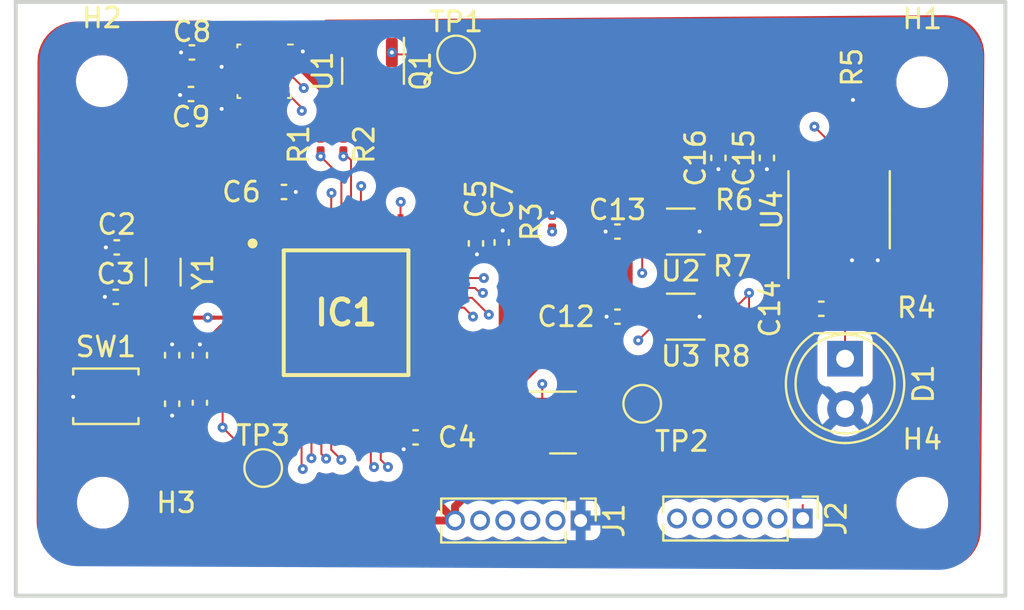
<source format=kicad_pcb>
(kicad_pcb (version 20221018) (generator pcbnew)
  (layers (0 "F.Cu" signal) (1 "In1.Cu" signal) (2 "In2.Cu" signal) (31 "B.Cu" signal) (34 "B.Paste" user) (35 "F.Paste" user) (36 "B.SilkS" user "B.Silkscreen") (37 "F.SilkS" user "F.Silkscreen") (38 "B.Mask" user) (39 "F.Mask" user) (44 "Edge.Cuts" user))
  (net 0 "")
  (net 1 "GND")
  (net 2 "Net-(IC1-PC14-OSC32_IN)")
  (net 3 "Net-(IC1-PC15-OSC32_OUT)")
  (net 4 "VDD")
  (net 5 "Net-(Q1-S)")
  (net 6 "/Photo_Ampli/PWR_LINE")
  (net 7 "Net-(D1-K)")
  (net 8 "Net-(U4B-+)")
  (net 9 "/NRST")
  (net 14 "/V_Photo")
  (net 18 "/SPI_MCU_CS")
  (net 19 "/SPI.SCK")
  (net 20 "/SPI.MISO")
  (net 21 "/SPI.MOSI")
  (net 25 "/UART.TX")
  (net 26 "/UART.RX")
  (net 33 "/EN_Photo")
  (net 34 "/SW0_Photo")
  (net 35 "/SW1_Photo")
  (net 36 "/DBG.SWDIO")
  (net 37 "/DBG.SWCLK")
  (net 41 "/BME_PWR")
  (net 42 "/I2C.SCL")
  (net 43 "/I2C.SDA")
  (net 44 "/BOOT0")
  (net 47 "Net-(U4B--)")
  (net 48 "Net-(R6-Pad2)")
  (net 49 "Net-(R6-Pad1)")
  (net 50 "Net-(R7-Pad1)")
  (net 51 "Net-(R8-Pad1)")
  (footprint "Resistor_SMD:R_0201_0603Metric_Pad0.64x0.40mm_HandSolder" (layer "F.Cu") (at 126.25 66.6)
    (fp_text reference "R8" (at -0.1 1.3) (layer "F.SilkS"))
    (fp_text value "5k")
    (pad "1" smd roundrect (at -0.4075 0) (size 0.635 0.4) (layers "F.Cu" "F.Mask") (net 51 "Net-(R8-Pad1)"))
    (pad "2" smd roundrect (at 0.4075 0) (size 0.635 0.4) (layers "F.Cu" "F.Mask") (net 14 "/V_Photo"))
  )
  (footprint "Resistor_SMD:R_0201_0603Metric_Pad0.64x0.40mm_HandSolder" (layer "F.Cu") (at 126.25 62.25)
    (fp_text reference "R7" (at -0.05 1.1) (layer "F.SilkS"))
    (fp_text value "10k")
    (pad "1" smd roundrect (at -0.4075 0) (size 0.635 0.4) (layers "F.Cu" "F.Mask") (net 50 "Net-(R7-Pad1)"))
    (pad "2" smd roundrect (at 0.4075 0) (size 0.635 0.4) (layers "F.Cu" "F.Mask") (net 49 "Net-(R6-Pad1)"))
  )
  (footprint "TestPoint:TestPoint_Pad_D1.5mm" (layer "F.Cu") (at 102.5 73.55)
    (fp_text reference "TP3" (at 0 -1.648) (layer "F.SilkS"))
    (fp_text value "TestPoint")
    (pad "1" smd circle (at 0 0) (size 1.5 1.5) (layers "F.Cu" "F.Mask") (net 14 "/V_Photo"))
  )
  (footprint "Capacitor_SMD:C_0402_1005Metric_Pad0.74x0.62mm_HandSolder" (layer "F.Cu") (at 97.9 67.85 90)
    (fp_text reference "C11" hide)
    (fp_text value "1u" hide)
    (pad "1" smd roundrect (at -0.5675 0 90) (size 0.735 0.62) (layers "F.Cu" "F.Paste" "F.Mask") (net 4 "VDD"))
    (pad "2" smd roundrect (at 0.5675 0 90) (size 0.735 0.62) (layers "F.Cu" "F.Paste" "F.Mask") (net 1 "GND"))
  )
  (footprint "Package_LGA:Bosch_LGA-8_2.5x2.5mm_P0.65mm_ClockwisePinNumbering" (layer "F.Cu") (at 102.55 53.5 -90)
    (fp_text reference "U1" (at 0 -2.95 90) (layer "F.SilkS"))
    (fp_text value "BME280")
    (pad "1" smd rect (at -0.975 -1.025) (size 0.5 0.35) (layers "F.Cu" "F.Paste" "F.Mask") (net 1 "GND"))
    (pad "2" smd rect (at -0.325 -1.025) (size 0.5 0.35) (layers "F.Cu" "F.Paste" "F.Mask") (net 4 "VDD"))
    (pad "3" smd rect (at 0.325 -1.025) (size 0.5 0.35) (layers "F.Cu" "F.Paste" "F.Mask") (net 43 "/I2C.SDA"))
    (pad "4" smd rect (at 0.975 -1.025) (size 0.5 0.35) (layers "F.Cu" "F.Paste" "F.Mask") (net 42 "/I2C.SCL"))
    (pad "5" smd rect (at 0.975 1.025) (size 0.5 0.35) (layers "F.Cu" "F.Paste" "F.Mask") (net 1 "GND"))
    (pad "6" smd rect (at 0.325 1.025) (size 0.5 0.35) (layers "F.Cu" "F.Paste" "F.Mask") (net 5 "Net-(Q1-S)"))
    (pad "7" smd rect (at -0.325 1.025) (size 0.5 0.35) (layers "F.Cu" "F.Paste" "F.Mask") (net 1 "GND"))
    (pad "8" smd rect (at -0.975 1.025) (size 0.5 0.35) (layers "F.Cu" "F.Paste" "F.Mask") (net 5 "Net-(Q1-S)"))
  )
  (footprint "Package_TO_SOT_SMD:SOT-363_SC-70-6" (layer "F.Cu") (at 123.6 61.6 180)
    (fp_text reference "U2" (at 0 -2) (layer "F.SilkS"))
    (fp_text value "TS5A3159ADCKR")
    (pad "1" smd rect (at -0.95 -0.65 180) (size 0.65 0.4) (layers "F.Cu" "F.Paste" "F.Mask") (net 50 "Net-(R7-Pad1)"))
    (pad "2" smd rect (at -0.95 0 180) (size 0.65 0.4) (layers "F.Cu" "F.Paste" "F.Mask") (net 1 "GND"))
    (pad "3" smd rect (at -0.95 0.65 180) (size 0.65 0.4) (layers "F.Cu" "F.Paste" "F.Mask") (net 48 "Net-(R6-Pad2)"))
    (pad "4" smd rect (at 0.95 0.65 180) (size 0.65 0.4) (layers "F.Cu" "F.Paste" "F.Mask") (net 47 "Net-(U4B--)"))
    (pad "5" smd rect (at 0.95 0 180) (size 0.65 0.4) (layers "F.Cu" "F.Paste" "F.Mask") (net 6 "/Photo_Ampli/PWR_LINE"))
    (pad "6" smd rect (at 0.95 -0.65 180) (size 0.65 0.4) (layers "F.Cu" "F.Paste" "F.Mask") (net 35 "/SW1_Photo"))
  )
  (footprint "MountingHole:MountingHole_2.1mm" (layer "F.Cu") (at 135.8 54.05)
    (fp_text reference "H1" (at 0 -3.2) (layer "F.SilkS"))
    (fp_text value "MountingHole")
    (pad "" np_thru_hole circle (at 0 0) (size 2.1 2.1) (drill 2.1) (layers "*.Cu" "*.Mask"))
  )
  (footprint "Capacitor_SMD:C_0402_1005Metric_Pad0.74x0.62mm_HandSolder" (layer "F.Cu") (at 120.4 65.9 180)
    (fp_text reference "C12" (at 2.6 0) (layer "F.SilkS"))
    (fp_text value "0.1u")
    (pad "1" smd roundrect (at -0.5675 0 180) (size 0.735 0.62) (layers "F.Cu" "F.Paste" "F.Mask") (net 6 "/Photo_Ampli/PWR_LINE"))
    (pad "2" smd roundrect (at 0.5675 0 180) (size 0.735 0.62) (layers "F.Cu" "F.Paste" "F.Mask") (net 1 "GND"))
  )
  (footprint "Capacitor_SMD:C_0402_1005Metric_Pad0.74x0.62mm_HandSolder" (layer "F.Cu") (at 99.3 67.85 90)
    (fp_text reference "C10" hide)
    (fp_text value "100n" hide)
    (pad "1" smd roundrect (at -0.5675 0 90) (size 0.735 0.62) (layers "F.Cu" "F.Paste" "F.Mask") (net 4 "VDD"))
    (pad "2" smd roundrect (at 0.5675 0 90) (size 0.735 0.62) (layers "F.Cu" "F.Paste" "F.Mask") (net 1 "GND"))
  )
  (footprint "Resistor_SMD:R_0201_0603Metric_Pad0.64x0.40mm_HandSolder" (layer "F.Cu") (at 126.25 60.95 180)
    (fp_text reference "R6" (at -0.05 0.95) (layer "F.SilkS"))
    (fp_text value "1k")
    (pad "1" smd roundrect (at -0.4075 0 180) (size 0.635 0.4) (layers "F.Cu" "F.Mask") (net 49 "Net-(R6-Pad1)"))
    (pad "2" smd roundrect (at 0.4075 0 180) (size 0.635 0.4) (layers "F.Cu" "F.Mask") (net 48 "Net-(R6-Pad2)"))
  )
  (footprint "Resistor_SMD:R_0201_0603Metric_Pad0.64x0.40mm_HandSolder" (layer "F.Cu") (at 106.55 57.2 -90)
    (fp_text reference "R2" (at 0 -1.05 90) (layer "F.SilkS"))
    (fp_text value "4.7k")
    (pad "1" smd roundrect (at -0.4075 0 270) (size 0.635 0.4) (layers "F.Cu" "F.Mask") (net 4 "VDD"))
    (pad "2" smd roundrect (at 0.4075 0 270) (size 0.635 0.4) (layers "F.Cu" "F.Mask") (net 42 "/I2C.SCL"))
  )
  (footprint "MountingHole:MountingHole_2.1mm" (layer "F.Cu") (at 94.4 75.3)
    (fp_text reference "H3" (at 3.7 0) (layer "F.SilkS"))
    (fp_text value "MountingHole")
    (pad "" np_thru_hole circle (at 0 0) (size 2.1 2.1) (drill 2.1) (layers "*.Cu" "*.Mask"))
  )
  (footprint "Button_Switch_SMD:SW_SPST_B3U-1000P" (layer "F.Cu") (at 94.55 69.9225)
    (fp_text reference "SW1" (at 0 -2.5) (layer "F.SilkS"))
    (fp_text value "SW_RST")
    (pad "1" smd rect (at -1.7 0) (size 0.9 1.7) (layers "F.Cu" "F.Paste" "F.Mask") (net 1 "GND"))
    (pad "2" smd rect (at 1.7 0) (size 0.9 1.7) (layers "F.Cu" "F.Paste" "F.Mask") (net 9 "/NRST"))
  )
  (footprint "Capacitor_SMD:C_0402_1005Metric_Pad0.74x0.62mm_HandSolder" (layer "F.Cu") (at 95.05 64.9)
    (fp_text reference "C3" (at 0 -1.16) (layer "F.SilkS"))
    (fp_text value "7p")
    (pad "1" smd roundrect (at -0.5675 0) (size 0.735 0.62) (layers "F.Cu" "F.Paste" "F.Mask") (net 1 "GND"))
    (pad "2" smd roundrect (at 0.5675 0) (size 0.735 0.62) (layers "F.Cu" "F.Paste" "F.Mask") (net 3 "Net-(IC1-PC15-OSC32_OUT)"))
  )
  (footprint "Connector_PinHeader_1.27mm:PinHeader_1x06_P1.27mm_Vertical" (layer "F.Cu") (at 129.76 76.1 -90)
    (fp_text reference "J2" (at 0 -1.695 90) (layer "F.SilkS"))
    (fp_text value "Conn_DBG")
    (pad "1" thru_hole rect (at 0 0 270) (size 1 1) (drill 0.65) (layers "*.Cu" "*.Mask") (net 44 "/BOOT0"))
    (pad "2" thru_hole oval (at 0 1.27 270) (size 1 1) (drill 0.65) (layers "*.Cu" "*.Mask") (net 37 "/DBG.SWCLK"))
    (pad "3" thru_hole oval (at 0 2.54 270) (size 1 1) (drill 0.65) (layers "*.Cu" "*.Mask") (net 36 "/DBG.SWDIO"))
    (pad "4" thru_hole oval (at 0 3.81 270) (size 1 1) (drill 0.65) (layers "*.Cu" "*.Mask") (net 9 "/NRST"))
    (pad "5" thru_hole oval (at 0 5.08 270) (size 1 1) (drill 0.65) (layers "*.Cu" "*.Mask") (net 26 "/UART.RX"))
    (pad "6" thru_hole oval (at 0 6.35 270) (size 1 1) (drill 0.65) (layers "*.Cu" "*.Mask") (net 25 "/UART.TX"))
  )
  (footprint "Package_TO_SOT_SMD:SOT-23" (layer "F.Cu") (at 108.05 53.4875 -90)
    (fp_text reference "Q1" (at 0 -2.4 90) (layer "F.SilkS"))
    (fp_text value "BSN20")
    (pad "1" smd roundrect (at -0.9375 -0.95 270) (size 1.475 0.6) (layers "F.Cu" "F.Paste" "F.Mask") (net 41 "/BME_PWR"))
    (pad "2" smd roundrect (at -0.9375 0.95 270) (size 1.475 0.6) (layers "F.Cu" "F.Paste" "F.Mask") (net 5 "Net-(Q1-S)"))
    (pad "3" smd roundrect (at 0.9375 0 270) (size 1.475 0.6) (layers "F.Cu" "F.Paste" "F.Mask") (net 4 "VDD"))
  )
  (footprint "Crystal:Crystal_SMD_3215-2Pin_3.2x1.5mm" (layer "F.Cu") (at 97.45 63.65 -90)
    (fp_text reference "Y1" (at 0 -2 90) (layer "F.SilkS"))
    (fp_text value "32.768k")
    (pad "1" smd rect (at 1.25 0 270) (size 1 1.8) (layers "F.Cu" "F.Paste" "F.Mask") (net 3 "Net-(IC1-PC15-OSC32_OUT)"))
    (pad "2" smd rect (at -1.25 0 270) (size 1 1.8) (layers "F.Cu" "F.Paste" "F.Mask") (net 2 "Net-(IC1-PC14-OSC32_IN)"))
  )
  (footprint "Capacitor_SMD:C_0402_1005Metric_Pad0.74x0.62mm_HandSolder" (layer "F.Cu") (at 113.25 62.2 -90)
    (fp_text reference "C5" (at -2.25 0 90) (layer "F.SilkS"))
    (fp_text value "100n")
    (pad "1" smd roundrect (at -0.5675 0 270) (size 0.735 0.62) (layers "F.Cu" "F.Paste" "F.Mask") (net 4 "VDD"))
    (pad "2" smd roundrect (at 0.5675 0 270) (size 0.735 0.62) (layers "F.Cu" "F.Paste" "F.Mask") (net 1 "GND"))
  )
  (footprint "Capacitor_SMD:C_0402_1005Metric_Pad0.74x0.62mm_HandSolder" (layer "F.Cu") (at 125.5 57.88 90)
    (fp_text reference "C16" (at 0 -1.16 90) (layer "F.SilkS"))
    (fp_text value "1u")
    (pad "1" smd roundrect (at -0.5675 0 90) (size 0.735 0.62) (layers "F.Cu" "F.Paste" "F.Mask") (net 1 "GND"))
    (pad "2" smd roundrect (at 0.5675 0 90) (size 0.735 0.62) (layers "F.Cu" "F.Paste" "F.Mask") (net 6 "/Photo_Ampli/PWR_LINE"))
  )
  (footprint "Connector_PinHeader_1.27mm:PinHeader_1x06_P1.27mm_Vertical" (layer "F.Cu") (at 118.54 76.2 -90)
    (fp_text reference "J1" (at 0 -1.695 90) (layer "F.SilkS"))
    (fp_text value "Borad_Conn")
    (pad "1" thru_hole rect (at 0 0 270) (size 1 1) (drill 0.65) (layers "*.Cu" "*.Mask") (net 1 "GND"))
    (pad "2" thru_hole oval (at 0 1.27 270) (size 1 1) (drill 0.65) (layers "*.Cu" "*.Mask") (net 21 "/SPI.MOSI"))
    (pad "3" thru_hole oval (at 0 2.54 270) (size 1 1) (drill 0.65) (layers "*.Cu" "*.Mask") (net 20 "/SPI.MISO"))
    (pad "4" thru_hole oval (at 0 3.81 270) (size 1 1) (drill 0.65) (layers "*.Cu" "*.Mask") (net 19 "/SPI.SCK"))
    (pad "5" thru_hole oval (at 0 5.08 270) (size 1 1) (drill 0.65) (layers "*.Cu" "*.Mask") (net 18 "/SPI_MCU_CS"))
    (pad "6" thru_hole oval (at 0 6.35 270) (size 1 1) (drill 0.65) (layers "*.Cu" "*.Mask") (net 4 "VDD"))
  )
  (footprint "Capacitor_SMD:C_0402_1005Metric_Pad0.74x0.62mm_HandSolder" (layer "F.Cu") (at 130.7 65.5 180)
    (fp_text reference "C14" (at 2.6 0 90) (layer "F.SilkS"))
    (fp_text value "C_Small")
    (pad "1" smd roundrect (at -0.5675 0 180) (size 0.735 0.62) (layers "F.Cu" "F.Paste" "F.Mask") (net 7 "Net-(D1-K)"))
    (pad "2" smd roundrect (at 0.5675 0 180) (size 0.735 0.62) (layers "F.Cu" "F.Paste" "F.Mask") (net 8 "Net-(U4B-+)"))
  )
  (footprint "TestPoint:TestPoint_Pad_D1.5mm" (layer "F.Cu") (at 112.25 52.65)
    (fp_text reference "TP1" (at 0 -1.648) (layer "F.SilkS"))
    (fp_text value "TestPoint")
    (pad "1" smd circle (at 0 0) (size 1.5 1.5) (layers "F.Cu" "F.Mask") (net 41 "/BME_PWR"))
  )
  (footprint "Capacitor_SMD:C_0402_1005Metric_Pad0.74x0.62mm_HandSolder" (layer "F.Cu") (at 120.4 61.6 180)
    (fp_text reference "C13" (at 0 1.1) (layer "F.SilkS"))
    (fp_text value "0.1u")
    (pad "1" smd roundrect (at -0.5675 0 180) (size 0.735 0.62) (layers "F.Cu" "F.Paste" "F.Mask") (net 6 "/Photo_Ampli/PWR_LINE"))
    (pad "2" smd roundrect (at 0.5675 0 180) (size 0.735 0.62) (layers "F.Cu" "F.Paste" "F.Mask") (net 1 "GND"))
  )
  (footprint "Package_SO:SOIC-8_3.9x4.9mm_P1.27mm" (layer "F.Cu") (at 131.6 60.5 90)
    (fp_text reference "U4" (at 0 -3.4 90) (layer "F.SilkS"))
    (fp_text value "MCP6002-xMS")
    (pad "1" smd roundrect (at -2.475 -1.905 90) (size 1.95 0.6) (layers "F.Cu" "F.Paste" "F.Mask") (net 8 "Net-(U4B-+)"))
    (pad "2" smd roundrect (at -2.475 -0.635 90) (size 1.95 0.6) (layers "F.Cu" "F.Paste" "F.Mask") (net 7 "Net-(D1-K)"))
    (pad "3" smd roundrect (at -2.475 0.635 90) (size 1.95 0.6) (layers "F.Cu" "F.Paste" "F.Mask") (net 1 "GND"))
    (pad "4" smd roundrect (at -2.475 1.905 90) (size 1.95 0.6) (layers "F.Cu" "F.Paste" "F.Mask") (net 1 "GND"))
    (pad "5" smd roundrect (at 2.475 1.905 90) (size 1.95 0.6) (layers "F.Cu" "F.Paste" "F.Mask") (net 8 "Net-(U4B-+)"))
    (pad "6" smd roundrect (at 2.475 0.635 90) (size 1.95 0.6) (layers "F.Cu" "F.Paste" "F.Mask") (net 47 "Net-(U4B--)"))
    (pad "7" smd roundrect (at 2.475 -0.635 90) (size 1.95 0.6) (layers "F.Cu" "F.Paste" "F.Mask") (net 14 "/V_Photo"))
    (pad "8" smd roundrect (at 2.475 -1.905 90) (size 1.95 0.6) (layers "F.Cu" "F.Paste" "F.Mask") (net 6 "/Photo_Ampli/PWR_LINE"))
  )
  (footprint "Capacitor_SMD:C_0402_1005Metric_Pad0.74x0.62mm_HandSolder" (layer "F.Cu") (at 97.9 70.3 -90)
    (fp_text reference "C1" hide)
    (fp_text value "10n" hide)
    (pad "1" smd roundrect (at -0.5675 0 270) (size 0.735 0.62) (layers "F.Cu" "F.Paste" "F.Mask") (net 9 "/NRST"))
    (pad "2" smd roundrect (at 0.5675 0 270) (size 0.735 0.62) (layers "F.Cu" "F.Paste" "F.Mask") (net 1 "GND"))
  )
  (footprint "SamacSys_Parts:QFP50P900X900X160-48N" (layer "F.Cu") (at 106.688 65.7)
    (fp_text reference "IC1" (at 0 0) (layer "F.SilkS") (effects (font (size 1.27 1.27) (thickness 0.254))))
    (fp_text value "STM32L010C6T6" hide)
    (pad "1" smd rect (at -4.238 -2.75 90) (size 0.3 1.475) (layers "F.Cu" "F.Paste" "F.Mask"))
    (pad "2" smd rect (at -4.238 -2.25 90) (size 0.3 1.475) (layers "F.Cu" "F.Paste" "F.Mask"))
    (pad "3" smd rect (at -4.238 -1.75 90) (size 0.3 1.475) (layers "F.Cu" "F.Paste" "F.Mask") (net 2 "Net-(IC1-PC14-OSC32_IN)"))
    (pad "4" smd rect (at -4.238 -1.25 90) (size 0.3 1.475) (layers "F.Cu" "F.Paste" "F.Mask") (net 3 "Net-(IC1-PC15-OSC32_OUT)"))
    (pad "5" smd rect (at -4.238 -0.75 90) (size 0.3 1.475) (layers "F.Cu" "F.Paste" "F.Mask"))
    (pad "6" smd rect (at -4.238 -0.25 90) (size 0.3 1.475) (layers "F.Cu" "F.Paste" "F.Mask"))
    (pad "7" smd rect (at -4.238 0.25 90) (size 0.3 1.475) (layers "F.Cu" "F.Paste" "F.Mask") (net 9 "/NRST"))
    (pad "8" smd rect (at -4.238 0.75 90) (size 0.3 1.475) (layers "F.Cu" "F.Paste" "F.Mask") (net 1 "GND"))
    (pad "9" smd rect (at -4.238 1.25 90) (size 0.3 1.475) (layers "F.Cu" "F.Paste" "F.Mask") (net 4 "VDD"))
    (pad "10" smd rect (at -4.238 1.75 90) (size 0.3 1.475) (layers "F.Cu" "F.Paste" "F.Mask") (net 14 "/V_Photo"))
    (pad "11" smd rect (at -4.238 2.25 90) (size 0.3 1.475) (layers "F.Cu" "F.Paste" "F.Mask"))
    (pad "12" smd rect (at -4.238 2.75 90) (size 0.3 1.475) (layers "F.Cu" "F.Paste" "F.Mask"))
    (pad "13" smd rect (at -2.75 4.238) (size 0.3 1.475) (layers "F.Cu" "F.Paste" "F.Mask"))
    (pad "14" smd rect (at -2.25 4.238) (size 0.3 1.475) (layers "F.Cu" "F.Paste" "F.Mask") (net 18 "/SPI_MCU_CS"))
    (pad "15" smd rect (at -1.75 4.238) (size 0.3 1.475) (layers "F.Cu" "F.Paste" "F.Mask") (net 19 "/SPI.SCK"))
    (pad "16" smd rect (at -1.25 4.238) (size 0.3 1.475) (layers "F.Cu" "F.Paste" "F.Mask") (net 20 "/SPI.MISO"))
    (pad "17" smd rect (at -0.75 4.238) (size 0.3 1.475) (layers "F.Cu" "F.Paste" "F.Mask") (net 21 "/SPI.MOSI"))
    (pad "18" smd rect (at -0.25 4.238) (size 0.3 1.475) (layers "F.Cu" "F.Paste" "F.Mask"))
    (pad "19" smd rect (at 0.25 4.238) (size 0.3 1.475) (layers "F.Cu" "F.Paste" "F.Mask"))
    (pad "20" smd rect (at 0.75 4.238) (size 0.3 1.475) (layers "F.Cu" "F.Paste" "F.Mask"))
    (pad "21" smd rect (at 1.25 4.238) (size 0.3 1.475) (layers "F.Cu" "F.Paste" "F.Mask") (net 25 "/UART.TX"))
    (pad "22" smd rect (at 1.75 4.238) (size 0.3 1.475) (layers "F.Cu" "F.Paste" "F.Mask") (net 26 "/UART.RX"))
    (pad "23" smd rect (at 2.25 4.238) (size 0.3 1.475) (layers "F.Cu" "F.Paste" "F.Mask") (net 1 "GND"))
    (pad "24" smd rect (at 2.75 4.238) (size 0.3 1.475) (layers "F.Cu" "F.Paste" "F.Mask") (net 4 "VDD"))
    (pad "25" smd rect (at 4.238 2.75 90) (size 0.3 1.475) (layers "F.Cu" "F.Paste" "F.Mask"))
    (pad "26" smd rect (at 4.238 2.25 90) (size 0.3 1.475) (layers "F.Cu" "F.Paste" "F.Mask"))
    (pad "27" smd rect (at 4.238 1.75 90) (size 0.3 1.475) (layers "F.Cu" "F.Paste" "F.Mask"))
    (pad "28" smd rect (at 4.238 1.25 90) (size 0.3 1.475) (layers "F.Cu" "F.Paste" "F.Mask"))
    (pad "29" smd rect (at 4.238 0.75 90) (size 0.3 1.475) (layers "F.Cu" "F.Paste" "F.Mask"))
    (pad "30" smd rect (at 4.238 0.25 90) (size 0.3 1.475) (layers "F.Cu" "F.Paste" "F.Mask"))
    (pad "31" smd rect (at 4.238 -0.25 90) (size 0.3 1.475) (layers "F.Cu" "F.Paste" "F.Mask") (net 33 "/EN_Photo"))
    (pad "32" smd rect (at 4.238 -0.75 90) (size 0.3 1.475) (layers "F.Cu" "F.Paste" "F.Mask") (net 34 "/SW0_Photo"))
    (pad "33" smd rect (at 4.238 -1.25 90) (size 0.3 1.475) (layers "F.Cu" "F.Paste" "F.Mask") (net 35 "/SW1_Photo"))
    (pad "34" smd rect (at 4.238 -1.75 90) (size 0.3 1.475) (layers "F.Cu" "F.Paste" "F.Mask") (net 36 "/DBG.SWDIO"))
    (pad "35" smd rect (at 4.238 -2.25 90) (size 0.3 1.475) (layers "F.Cu" "F.Paste" "F.Mask") (net 1 "GND"))
    (pad "36" smd rect (at 4.238 -2.75 90) (size 0.3 1.475) (layers "F.Cu" "F.Paste" "F.Mask") (net 4 "VDD"))
    (pad "37" smd rect (at 2.75 -4.238) (size 0.3 1.475) (layers "F.Cu" "F.Paste" "F.Mask") (net 37 "/DBG.SWCLK"))
    (pad "38" smd rect (at 2.25 -4.238) (size 0.3 1.475) (layers "F.Cu" "F.Paste" "F.Mask"))
    (pad "39" smd rect (at 1.75 -4.238) (size 0.3 1.475) (layers "F.Cu" "F.Paste" "F.Mask"))
    (pad "40" smd rect (at 1.25 -4.238) (size 0.3 1.475) (layers "F.Cu" "F.Paste" "F.Mask"))
    (pad "41" smd rect (at 0.75 -4.238) (size 0.3 1.475) (layers "F.Cu" "F.Paste" "F.Mask") (net 41 "/BME_PWR"))
    (pad "42" smd rect (at 0.25 -4.238) (size 0.3 1.475) (layers "F.Cu" "F.Paste" "F.Mask") (net 42 "/I2C.SCL"))
    (pad "43" smd rect (at -0.25 -4.238) (size 0.3 1.475) (layers "F.Cu" "F.Paste" "F.Mask") (net 43 "/I2C.SDA"))
    (pad "44" smd rect (at -0.75 -4.238) (size 0.3 1.475) (layers "F.Cu" "F.Paste" "F.Mask") (net 44 "/BOOT0"))
    (pad "45" smd rect (at -1.25 -4.238) (size 0.3 1.475) (layers "F.Cu" "F.Paste" "F.Mask"))
    (pad "46" smd rect (at -1.75 -4.238) (size 0.3 1.475) (layers "F.Cu" "F.Paste" "F.Mask"))
    (pad "47" smd rect (at -2.25 -4.238) (size 0.3 1.475) (layers "F.Cu" "F.Paste" "F.Mask") (net 1 "GND"))
    (pad "48" smd rect (at -2.75 -4.238) (size 0.3 1.475) (layers "F.Cu" "F.Paste" "F.Mask") (net 4 "VDD"))
  )
  (footprint "Capacitor_SMD:C_0402_1005Metric_Pad0.74x0.62mm_HandSolder" (layer "F.Cu") (at 114.55 62.15 90)
    (fp_text reference "C7" (at 2.15 0.05 90) (layer "F.SilkS"))
    (fp_text value "10u")
    (pad "1" smd roundrect (at -0.5675 0 90) (size 0.735 0.62) (layers "F.Cu" "F.Paste" "F.Mask") (net 4 "VDD"))
    (pad "2" smd roundrect (at 0.5675 0 90) (size 0.735 0.62) (layers "F.Cu" "F.Paste" "F.Mask") (net 1 "GND"))
  )
  (footprint "Package_TO_SOT_SMD:SOT-23" (layer "F.Cu") (at 117.65 71.25)
    (fp_text reference "Q2" hide)
    (fp_text value "BSN20")
    (pad "1" smd roundrect (at -0.9375 -0.95) (size 1.475 0.6) (layers "F.Cu" "F.Paste" "F.Mask") (net 33 "/EN_Photo"))
    (pad "2" smd roundrect (at -0.9375 0.95) (size 1.475 0.6) (layers "F.Cu" "F.Paste" "F.Mask") (net 6 "/Photo_Ampli/PWR_LINE"))
    (pad "3" smd roundrect (at 0.9375 0) (size 1.475 0.6) (layers "F.Cu" "F.Paste" "F.Mask") (net 4 "VDD"))
  )
  (footprint "MountingHole:MountingHole_2.1mm" (layer "F.Cu") (at 94.35 54)
    (fp_text reference "H2" (at 0 -3.2) (layer "F.SilkS"))
    (fp_text value "MountingHole")
    (pad "" np_thru_hole circle (at 0 0) (size 2.1 2.1) (drill 2.1) (layers "*.Cu" "*.Mask"))
  )
  (footprint "Inductor_SMD:L_0402_1005Metric_Pad0.77x0.64mm_HandSolder" (layer "F.Cu") (at 99.3 70.25 90)
    (fp_text reference "FB1" hide)
    (fp_text value "FerriteBead_Small" hide)
    (pad "1" smd roundrect (at -0.5725 0 90) (size 0.765 0.64) (layers "F.Cu" "F.Paste" "F.Mask") (net 4 "VDD"))
    (pad "2" smd roundrect (at 0.5725 0 90) (size 0.765 0.64) (layers "F.Cu" "F.Paste" "F.Mask") (net 4 "VDD"))
  )
  (footprint "Resistor_SMD:R_0201_0603Metric_Pad0.64x0.40mm_HandSolder" (layer "F.Cu") (at 105.4 57.2 -90)
    (fp_text reference "R1" (at 0 1.1 90) (layer "F.SilkS"))
    (fp_text value "4.7k")
    (pad "1" smd roundrect (at -0.4075 0 270) (size 0.635 0.4) (layers "F.Cu" "F.Mask") (net 4 "VDD"))
    (pad "2" smd roundrect (at 0.4075 0 270) (size 0.635 0.4) (layers "F.Cu" "F.Mask") (net 43 "/I2C.SDA"))
  )
  (footprint "Capacitor_SMD:C_0402_1005Metric_Pad0.74x0.62mm_HandSolder" (layer "F.Cu") (at 98.9 52.55 180)
    (fp_text reference "C8" (at 0 1.05) (layer "F.SilkS"))
    (fp_text value "100n")
    (pad "1" smd roundrect (at -0.5675 0 180) (size 0.735 0.62) (layers "F.Cu" "F.Paste" "F.Mask") (net 5 "Net-(Q1-S)"))
    (pad "2" smd roundrect (at 0.5675 0 180) (size 0.735 0.62) (layers "F.Cu" "F.Paste" "F.Mask") (net 1 "GND"))
  )
  (footprint "Capacitor_SMD:C_0402_1005Metric_Pad0.74x0.62mm_HandSolder" (layer "F.Cu") (at 110.2 72 180)
    (fp_text reference "C4" (at -2.1 0) (layer "F.SilkS"))
    (fp_text value "100n")
    (pad "1" smd roundrect (at -0.5675 0 180) (size 0.735 0.62) (layers "F.Cu" "F.Paste" "F.Mask") (net 4 "VDD"))
    (pad "2" smd roundrect (at 0.5675 0 180) (size 0.735 0.62) (layers "F.Cu" "F.Paste" "F.Mask") (net 1 "GND"))
  )
  (footprint "LED_THT:LED_D5.0mm_IRGrey" (layer "F.Cu") (at 131.9 68.025 -90)
    (fp_text reference "D1" (at 1.27 -3.96 90) (layer "F.SilkS"))
    (fp_text value "SFH203")
    (pad "1" thru_hole rect (at 0 0 270) (size 1.8 1.8) (drill 0.9) (layers "*.Cu" "*.Mask") (net 7 "Net-(D1-K)"))
    (pad "2" thru_hole circle (at 2.54 0 270) (size 1.8 1.8) (drill 0.9) (layers "*.Cu" "*.Mask") (net 1 "GND"))
  )
  (footprint "TestPoint:TestPoint_Pad_D1.5mm" (layer "F.Cu") (at 121.65 70.3)
    (fp_text reference "TP2" (at 2 1.9) (layer "F.SilkS"))
    (fp_text value "TestPoint")
    (pad "1" smd circle (at 0 0) (size 1.5 1.5) (layers "F.Cu" "F.Mask") (net 33 "/EN_Photo"))
  )
  (footprint "Resistor_SMD:R_0201_0603Metric_Pad0.64x0.40mm_HandSolder" (layer "F.Cu") (at 117.1 61.1 90)
    (fp_text reference "R3" (at 0 -1.05 90) (layer "F.SilkS"))
    (fp_text value "10k")
    (pad "1" smd roundrect (at -0.4075 0 90) (size 0.635 0.4) (layers "F.Cu" "F.Mask") (net 44 "/BOOT0"))
    (pad "2" smd roundrect (at 0.4075 0 90) (size 0.635 0.4) (layers "F.Cu" "F.Mask") (net 1 "GND"))
  )
  (footprint "Package_TO_SOT_SMD:SOT-363_SC-70-6" (layer "F.Cu") (at 123.6 65.9 180)
    (fp_text reference "U3" (at 0 -2) (layer "F.SilkS"))
    (fp_text value "TS5A3159ADCKR")
    (pad "1" smd rect (at -0.95 -0.65 180) (size 0.65 0.4) (layers "F.Cu" "F.Paste" "F.Mask") (net 51 "Net-(R8-Pad1)"))
    (pad "2" smd rect (at -0.95 0 180) (size 0.65 0.4) (layers "F.Cu" "F.Paste" "F.Mask") (net 1 "GND"))
    (pad "3" smd rect (at -0.95 0.65 180) (size 0.65 0.4) (layers "F.Cu" "F.Paste" "F.Mask") (net 14 "/V_Photo"))
    (pad "4" smd rect (at 0.95 0.65 180) (size 0.65 0.4) (layers "F.Cu" "F.Paste" "F.Mask") (net 49 "Net-(R6-Pad1)"))
    (pad "5" smd rect (at 0.95 0 180) (size 0.65 0.4) (layers "F.Cu" "F.Paste" "F.Mask") (net 6 "/Photo_Ampli/PWR_LINE"))
    (pad "6" smd rect (at 0.95 -0.65 180) (size 0.65 0.4) (layers "F.Cu" "F.Paste" "F.Mask") (net 34 "/SW0_Photo"))
  )
  (footprint "Resistor_SMD:R_0201_0603Metric_Pad0.64x0.40mm_HandSolder" (layer "F.Cu") (at 133.45 65.6)
    (fp_text reference "R4" (at 2.05 -0.15) (layer "F.SilkS"))
    (fp_text value "41.2k")
    (pad "1" smd roundrect (at -0.4075 0) (size 0.635 0.4) (layers "F.Cu" "F.Mask") (net 7 "Net-(D1-K)"))
    (pad "2" smd roundrect (at 0.4075 0) (size 0.635 0.4) (layers "F.Cu" "F.Mask") (net 8 "Net-(U4B-+)"))
  )
  (footprint "Capacitor_SMD:C_0402_1005Metric_Pad0.74x0.62mm_HandSolder" (layer "F.Cu") (at 98.85 54.65 180)
    (fp_text reference "C9" (at 0 -1.16) (layer "F.SilkS"))
    (fp_text value "100n")
    (pad "1" smd roundrect (at -0.5675 0 180) (size 0.735 0.62) (layers "F.Cu" "F.Paste" "F.Mask") (net 5 "Net-(Q1-S)"))
    (pad "2" smd roundrect (at 0.5675 0 180) (size 0.735 0.62) (layers "F.Cu" "F.Paste" "F.Mask") (net 1 "GND"))
  )
  (footprint "Capacitor_SMD:C_0402_1005Metric_Pad0.74x0.62mm_HandSolder" (layer "F.Cu") (at 103.55 59.6)
    (fp_text reference "C6" (at -2.15 0) (layer "F.SilkS"))
    (fp_text value "100n")
    (pad "1" smd roundrect (at -0.5675 0) (size 0.735 0.62) (layers "F.Cu" "F.Paste" "F.Mask") (net 4 "VDD"))
    (pad "2" smd roundrect (at 0.5675 0) (size 0.735 0.62) (layers "F.Cu" "F.Paste" "F.Mask") (net 1 "GND"))
  )
  (footprint "Resistor_SMD:R_0201_0603Metric_Pad0.64x0.40mm_HandSolder" (layer "F.Cu") (at 132.25 55.4 -90)
    (fp_text reference "R5" (at -2.1 0 90) (layer "F.SilkS"))
    (fp_text value "1k")
    (pad "1" smd roundrect (at -0.4075 0 270) (size 0.635 0.4) (layers "F.Cu" "F.Mask") (net 1 "GND"))
    (pad "2" smd roundrect (at 0.4075 0 270) (size 0.635 0.4) (layers "F.Cu" "F.Mask") (net 47 "Net-(U4B--)"))
  )
  (footprint "Capacitor_SMD:C_0402_1005Metric_Pad0.74x0.62mm_HandSolder" (layer "F.Cu") (at 127.95 57.88 90)
    (fp_text reference "C15" (at 0 -1.16 90) (layer "F.SilkS"))
    (fp_text value "0.1u")
    (pad "1" smd roundrect (at -0.5675 0 90) (size 0.735 0.62) (layers "F.Cu" "F.Paste" "F.Mask") (net 1 "GND"))
    (pad "2" smd roundrect (at 0.5675 0 90) (size 0.735 0.62) (layers "F.Cu" "F.Paste" "F.Mask") (net 6 "/Photo_Ampli/PWR_LINE"))
  )
  (footprint "MountingHole:MountingHole_2.1mm" (layer "F.Cu") (at 135.8 75.3)
    (fp_text reference "H4" (at 0 -3.2) (layer "F.SilkS"))
    (fp_text value "MountingHole")
    (pad "" np_thru_hole circle (at 0 0) (size 2.1 2.1) (drill 2.1) (layers "*.Cu" "*.Mask"))
  )
  (footprint "Capacitor_SMD:C_0402_1005Metric_Pad0.74x0.62mm_HandSolder" (layer "F.Cu") (at 95.1 62.4)
    (fp_text reference "C2" (at 0 -1.16) (layer "F.SilkS"))
    (fp_text value "7p")
    (pad "1" smd roundrect (at -0.5675 0) (size 0.735 0.62) (layers "F.Cu" "F.Paste" "F.Mask") (net 1 "GND"))
    (pad "2" smd roundrect (at 0.5675 0) (size 0.735 0.62) (layers "F.Cu" "F.Paste" "F.Mask") (net 2 "Net-(IC1-PC14-OSC32_IN)"))
  )
  (gr_rect (start 90 50) (end 140 80) (stroke (width 0.2)) (fill none) (layer "Edge.Cuts"))
  (segment (start 99.6175 67.2825) (end 100.45 66.45) (width 0.4) (layer "F.Cu") (net 1))
  (segment (start 104.438 59.9205) (end 104.15 59.6325) (width 0.2) (layer "F.Cu") (net 1))
  (segment (start 104.475 52.525) (end 104.5 52.5) (width 0.2) (layer "F.Cu") (net 1))
  (segment (start 104.438 61.462) (end 104.438 59.9205) (width 0.2) (layer "F.Cu") (net 1))
  (segment (start 112.5675 63.45) (end 113.2675 62.75) (width 0.2) (layer "F.Cu") (net 1))
  (segment (start 99.3 67.2825) (end 99.6175 67.2825) (width 0.4) (layer "F.Cu") (net 1))
  (segment (start 100.45 66.45) (end 102.45 66.45) (width 0.2) (layer "F.Cu") (net 1))
  (segment (start 100.5005 53.175) (end 100.4 53.2755) (width 0.2) (layer "F.Cu") (net 1))
  (segment (start 101.325 54.475) (end 100.4 55.4) (width 0.2) (layer "F.Cu") (net 1))
  (segment (start 110.926 63.45) (end 112.5675 63.45) (width 0.2) (layer "F.Cu") (net 1))
  (segment (start 108.938 69.938) (end 108.938 71.3055) (width 0.2) (layer "F.Cu") (net 1))
  (segment (start 101.525 53.175) (end 100.5005 53.175) (width 0.2) (layer "F.Cu") (net 1))
  (segment (start 103.575 52.525) (end 104.475 52.525) (width 0.2) (layer "F.Cu") (net 1))
  (segment (start 109.6325 72) (end 109.6325 72.4825) (width 0.2) (layer "F.Cu") (net 1))
  (segment (start 101.525 54.475) (end 101.325 54.475) (width 0.2) (layer "F.Cu") (net 1))
  (segment (start 108.938 71.3055) (end 109.6325 72) (width 0.2) (layer "F.Cu") (net 1))
  (via (at 98.3 54.7) (size 0.5) (drill 0.2) (layers "F.Cu" "B.Cu") (net 1))
  (via (at 109.6 72.6) (size 0.6) (drill 0.2) (layers "F.Cu" "B.Cu") (net 1))
  (via (at 92.9 69.95) (size 0.5) (drill 0.2) (layers "F.Cu" "B.Cu") (net 1))
  (via (at 132.3 54.95) (size 0.5) (drill 0.2) (layers "F.Cu" "B.Cu") (net 1))
  (via (at 99.3 67.3) (size 0.5) (drill 0.2) (layers "F.Cu" "B.Cu") (net 1))
  (via (at 97.9 67.3) (size 0.5) (drill 0.2) (layers "F.Cu" "B.Cu") (net 1))
  (via (at 97.9 70.9) (size 0.5) (drill 0.2) (layers "F.Cu" "B.Cu") (net 1))
  (via (at 132.25 63.05) (size 0.5) (drill 0.2) (layers "F.Cu" "B.Cu") (net 1))
  (via (at 127.95 58.45) (size 0.5) (drill 0.2) (layers "F.Cu" "B.Cu") (net 1))
  (via (at 124.55 65.9) (size 0.5) (drill 0.2) (layers "F.Cu" "B.Cu") (net 1))
  (via (at 98.35 52.55) (size 0.6) (drill 0.2) (layers "F.Cu" "B.Cu") (net 1))
  (via (at 94.55 62.4) (size 0.5) (drill 0.2) (layers "F.Cu" "B.Cu") (net 1))
  (via (at 104.5 52.5) (size 0.5) (drill 0.2) (layers "F.Cu" "B.Cu") (net 1))
  (via (at 100.4 53.2755) (size 0.5) (drill 0.2) (layers "F.Cu" "B.Cu") (net 1))
  (via (at 119.8 61.6) (size 0.5) (drill 0.2) (layers "F.Cu" "B.Cu") (net 1))
  (via (at 125.5 58.45) (size 0.5) (drill 0.2) (layers "F.Cu" "B.Cu") (net 1))
  (via (at 133.55 63.05) (size 0.5) (drill 0.2) (layers "F.Cu" "B.Cu") (net 1))
  (via (at 124.55 61.6) (size 0.5) (drill 0.2) (layers "F.Cu" "B.Cu") (net 1))
  (via (at 100.4 55.4) (size 0.5) (drill 0.2) (layers "F.Cu" "B.Cu") (net 1))
  (via (at 117.1 60.65) (size 0.6) (drill 0.2) (layers "F.Cu" "B.Cu") (net 1))
  (via (at 104.15 59.6) (size 0.5) (drill 0.2) (layers "F.Cu" "B.Cu") (net 1))
  (via (at 119.85 65.9) (size 0.5) (drill 0.2) (layers "F.Cu" "B.Cu") (net 1))
  (via (at 94.5 64.9) (size 0.5) (drill 0.2) (layers "F.Cu" "B.Cu") (net 1))
  (via (at 113.3 62.75) (size 0.6) (drill 0.2) (layers "F.Cu" "B.Cu") (net 1))
  (via (at 114.6 61.55) (size 0.5) (drill 0.2) (layers "F.Cu" "B.Cu") (net 1))
  (segment (start 97.45 62.4) (end 95.6675 62.4) (width 0.2) (layer "F.Cu") (net 2))
  (segment (start 97.45 62.4) (end 99.1 62.4) (width 0.2) (layer "F.Cu") (net 2))
  (segment (start 99.1 62.4) (end 100.65 63.95) (width 0.2) (layer "F.Cu") (net 2))
  (segment (start 100.65 63.95) (end 102.45 63.95) (width 0.2) (layer "F.Cu") (net 2))
  (segment (start 100.2 64.9) (end 100.65 64.45) (width 0.2) (layer "F.Cu") (net 3))
  (segment (start 97.45 64.9) (end 100.2 64.9) (width 0.2) (layer "F.Cu") (net 3))
  (segment (start 100.65 64.45) (end 102.45 64.45) (width 0.2) (layer "F.Cu") (net 3))
  (segment (start 97.45 64.9) (end 95.6175 64.9) (width 0.2) (layer "F.Cu") (net 3))
  (segment (start 101.95 76.2) (end 99.3 73.55) (width 0.4) (layer "F.Cu") (net 4))
  (segment (start 113.132894 74.55) (end 116.5 74.55) (width 0.4) (layer "F.Cu") (net 4))
  (segment (start 104.294239 53.175) (end 106.55 55.430761) (width 0.4) (layer "F.Cu") (net 4))
  (segment (start 99.3 68.4175) (end 97.9 68.4175) (width 0.4) (layer "F.Cu") (net 4))
  (segment (start 102.9825 58.0175) (end 102.9825 59.6) (width 0.4) (layer "F.Cu") (net 4))
  (segment (start 104.2075 56.7925) (end 102.9825 58.0175) (width 0.4) (layer "F.Cu") (net 4))
  (segment (start 118.5875 72.4625) (end 118.5875 71.25) (width 0.4) (layer "F.Cu") (net 4))
  (segment (start 109.438 70.6705) (end 110.7675 72) (width 0.2) (layer "F.Cu") (net 4))
  (segment (start 116.5 74.55) (end 118.5875 72.4625) (width 0.4) (layer "F.Cu") (net 4))
  (segment (start 104.7 56.7925) (end 104.2075 56.7925) (width 0.4) (layer "F.Cu") (net 4))
  (segment (start 110.8 74.81) (end 110.8 72.0325) (width 0.4) (layer "F.Cu") (net 4))
  (segment (start 99.3 69.6775) (end 99.3 68.4175) (width 0.4) (layer "F.Cu") (net 4))
  (segment (start 103.575 53.175) (end 104.294239 53.175) (width 0.4) (layer "F.Cu") (net 4))
  (segment (start 107.830761 55.430761) (end 108.05 55.65) (width 0.4) (layer "F.Cu") (net 4))
  (segment (start 114.6 73.082894) (end 114.6 62.965111) (width 0.4) (layer "F.Cu") (net 4))
  (segment (start 102.45 66.95) (end 100.9 66.95) (width 0.2) (layer "F.Cu") (net 4))
  (segment (start 113.25 60.85) (end 109.2 56.8) (width 0.4) (layer "F.Cu") (net 4))
  (segment (start 100.9 66.95) (end 99.4325 68.4175) (width 0.4) (layer "F.Cu") (net 4))
  (segment (start 103.938 61.462) (end 103.938 60.5555) (width 0.2) (layer "F.Cu") (net 4))
  (segment (start 109.2 56.8) (end 108.05 55.65) (width 0.4) (layer "F.Cu") (net 4))
  (segment (start 113.25 61.6325) (end 113.25 60.85) (width 0.4) (layer "F.Cu") (net 4))
  (segment (start 111.9325 62.95) (end 113.25 61.6325) (width 0.2) (layer "F.Cu") (net 4))
  (segment (start 110.926 62.95) (end 111.9325 62.95) (width 0.2) (layer "F.Cu") (net 4))
  (segment (start 106.55 55.430761) (end 107.830761 55.430761) (width 0.4) (layer "F.Cu") (net 4))
  (segment (start 108.05 55.65) (end 108.05 54.425) (width 0.4) (layer "F.Cu") (net 4))
  (segment (start 106.55 56.7925) (end 106.5425 56.7925) (width 0.4) (layer "F.Cu") (net 4))
  (segment (start 99.3 73.55) (end 99.3 70.8225) (width 0.4) (layer "F.Cu") (net 4))
  (segment (start 103.938 60.5555) (end 102.9825 59.6) (width 0.2) (layer "F.Cu") (net 4))
  (segment (start 113.132894 74.55) (end 114.6 73.082894) (width 0.4) (layer "F.Cu") (net 4))
  (segment (start 105.4075 56.8) (end 105.4 56.7925) (width 0.4) (layer "F.Cu") (net 4))
  (segment (start 112.19 76.2) (end 112.19 75.492894) (width 0.4) (layer "F.Cu") (net 4))
  (segment (start 112.19 76.2) (end 110.8 74.81) (width 0.4) (layer "F.Cu") (net 4))
  (segment (start 114.6 62.965111) (end 113.267389 61.6325) (width 0.4) (layer "F.Cu") (net 4))
  (segment (start 105.4 56.7925) (end 104.7 56.7925) (width 0.2) (layer "F.Cu") (net 4))
  (segment (start 112.19 75.492894) (end 113.132894 74.55) (width 0.4) (layer "F.Cu") (net 4))
  (segment (start 112.19 76.2) (end 101.95 76.2) (width 0.4) (layer "F.Cu") (net 4))
  (segment (start 109.438 69.938) (end 109.438 70.6705) (width 0.2) (layer "F.Cu") (net 4))
  (segment (start 109.2 56.8) (end 105.4075 56.8) (width 0.4) (layer "F.Cu") (net 4))
  (segment (start 101.5 52.55) (end 101.525 52.525) (width 0.4) (layer "F.Cu") (net 5))
  (segment (start 100.6175 51.4) (end 99.4675 52.55) (width 0.4) (layer "F.Cu") (net 5))
  (segment (start 100.2425 53.825) (end 101.525 53.825) (width 0.2) (layer "F.Cu") (net 5))
  (segment (start 107.1 52.55) (end 106.05 52.55) (width 0.4) (layer "F.Cu") (net 5))
  (segment (start 99.4175 54.65) (end 100.2425 53.825) (width 0.2) (layer "F.Cu") (net 5))
  (segment (start 106.05 52.55) (end 104.9 51.4) (width 0.4) (layer "F.Cu") (net 5))
  (segment (start 104.9 51.4) (end 100.6175 51.4) (width 0.4) (layer "F.Cu") (net 5))
  (segment (start 99.4675 52.55) (end 101.5 52.55) (width 0.2) (layer "F.Cu") (net 5))
  (segment (start 99.4675 52.55) (end 99.4675 54.6) (width 0.4) (layer "F.Cu") (net 5))
  (segment (start 118.884889 68) (end 120.9675 65.917389) (width 0.4) (layer "F.Cu") (net 6))
  (segment (start 120.9675 60.1325) (end 123.7875 57.3125) (width 0.4) (layer "F.Cu") (net 6))
  (segment (start 120.9675 61.6) (end 122.65 61.6) (width 0.4) (layer "F.Cu") (net 6))
  (segment (start 128.9825 57.3125) (end 129.695 58.025) (width 0.4) (layer "F.Cu") (net 6))
  (segment (start 116.7 68) (end 118.884889 68) (width 0.4) (layer "F.Cu") (net 6))
  (segment (start 116.7125 72.2) (end 115.6 72.2) (width 0.2) (layer "F.Cu") (net 6))
  (segment (start 120.9675 65.9) (end 120.9675 61.6) (width 0.4) (layer "F.Cu") (net 6))
  (segment (start 120.9675 65.9) (end 122.65 65.9) (width 0.4) (layer "F.Cu") (net 6))
  (segment (start 125.5 57.3125) (end 127.95 57.3125) (width 0.4) (layer "F.Cu") (net 6))
  (segment (start 115.2 69.5) (end 116.7 68) (width 0.4) (layer "F.Cu") (net 6))
  (segment (start 115.2 71.8) (end 115.2 69.5) (width 0.4) (layer "F.Cu") (net 6))
  (segment (start 127.95 57.3125) (end 128.9825 57.3125) (width 0.4) (layer "F.Cu") (net 6))
  (segment (start 123.7875 57.3125) (end 125.5 57.3125) (width 0.4) (layer "F.Cu") (net 6))
  (segment (start 115.6 72.2) (end 115.2 71.8) (width 0.4) (layer "F.Cu") (net 6))
  (segment (start 120.9675 61.6) (end 120.9675 60.1325) (width 0.4) (layer "F.Cu") (net 6))
  (segment (start 131.2675 65.5) (end 131.2675 63.2775) (width 0.1) (layer "F.Cu") (net 7))
  (segment (start 131.9 66.2) (end 131.9 66.1325) (width 0.1) (layer "F.Cu") (net 7))
  (segment (start 133.0425 65.6) (end 132.5 65.6) (width 0.1) (layer "F.Cu") (net 7))
  (segment (start 132.5 65.6) (end 131.9 66.2) (width 0.1) (layer "F.Cu") (net 7))
  (segment (start 131.2675 63.2775) (end 130.965 62.975) (width 0.1) (layer "F.Cu") (net 7))
  (segment (start 131.9 68.025) (end 131.9 66.2) (width 0.1) (layer "F.Cu") (net 7))
  (segment (start 131.9 66.1325) (end 131.2675 65.5) (width 0.1) (layer "F.Cu") (net 7))
  (segment (start 133.53 58.05) (end 134.15 58.05) (width 0.1) (layer "F.Cu") (net 8))
  (segment (start 135.7 63.7575) (end 133.8575 65.6) (width 0.1) (layer "F.Cu") (net 8))
  (segment (start 129.695 62.704315) (end 133.505 58.894315) (width 0.1) (layer "F.Cu") (net 8))
  (segment (start 135.7 59.6) (end 135.7 63.7575) (width 0.1) (layer "F.Cu") (net 8))
  (segment (start 134.15 58.05) (end 135.7 59.6) (width 0.1) (layer "F.Cu") (net 8))
  (segment (start 129.695 65.0625) (end 129.695 62.975) (width 0.1) (layer "F.Cu") (net 8))
  (segment (start 130.1325 65.5) (end 129.695 65.0625) (width 0.1) (layer "F.Cu") (net 8))
  (segment (start 100.05 65.95) (end 99.7 65.95) (width 0.2) (layer "F.Cu") (net 9))
  (segment (start 96.25 69.9225) (end 96.25 67.6) (width 0.2) (layer "F.Cu") (net 9))
  (segment (start 97.9 65.95) (end 100.05 65.95) (width 0.2) (layer "F.Cu") (net 9))
  (segment (start 100.05 65.95) (end 102.45 65.95) (width 0.2) (layer "F.Cu") (net 9))
  (segment (start 96.25 67.6) (end 97.9 65.95) (width 0.2) (layer "F.Cu") (net 9))
  (segment (start 97.9 69.7325) (end 96.44 69.7325) (width 0.4) (layer "F.Cu") (net 9))
  (via (at 99.7 65.95) (size 0.5) (drill 0.2) (layers "F.Cu" "B.Cu") (net 9))
  (segment (start 130.965 58.025) (end 130.965 56.915) (width 0.1) (layer "F.Cu") (net 14))
  (segment (start 101.5625 67.45) (end 100.45 68.5625) (width 0.1) (layer "F.Cu") (net 14))
  (segment (start 127.05 64.75) (end 127.05 64.7) (width 0.1) (layer "F.Cu") (net 14))
  (segment (start 130.965 56.915) (end 130.35 56.3) (width 0.1) (layer "F.Cu") (net 14))
  (segment (start 126.6575 66.6) (end 127.05 66.2075) (width 0.1) (layer "F.Cu") (net 14))
  (segment (start 126.55 65.25) (end 127.05 64.75) (width 0.1) (layer "F.Cu") (net 14))
  (segment (start 102.45 67.45) (end 101.5625 67.45) (width 0.1) (layer "F.Cu") (net 14))
  (segment (start 124.55 65.25) (end 126.55 65.25) (width 0.1) (layer "F.Cu") (net 14))
  (segment (start 100.45 68.5625) (end 100.45 71.5) (width 0.1) (layer "F.Cu") (net 14))
  (segment (start 102.5 73.55) (end 100.45 71.5) (width 0.1) (layer "F.Cu") (net 14))
  (segment (start 127.05 66.2075) (end 127.05 64.7) (width 0.1) (layer "F.Cu") (net 14))
  (via (at 130.35 56.3) (size 0.5) (drill 0.2) (layers "F.Cu" "B.Cu") (net 14))
  (via (at 127.05 64.7) (size 0.5) (drill 0.2) (layers "F.Cu" "B.Cu") (net 14))
  (via (at 100.45 71.5) (size 0.5) (drill 0.2) (layers "F.Cu" "B.Cu") (net 14))
  (segment (start 104.438 73.538) (end 104.5 73.6) (width 0.1) (layer "F.Cu") (net 18))
  (segment (start 104.438 69.938) (end 104.438 73.538) (width 0.1) (layer "F.Cu") (net 18))
  (via (at 104.5 73.6) (size 0.5) (drill 0.2) (layers "F.Cu" "B.Cu") (net 18))
  (segment (start 104.938 73.05328) (end 104.9375 73.05378) (width 0.1) (layer "F.Cu") (net 19))
  (segment (start 104.938 69.938) (end 104.938 73.05328) (width 0.1) (layer "F.Cu") (net 19))
  (via (at 104.9375 73.05378) (size 0.5) (drill 0.2) (layers "F.Cu" "B.Cu") (net 19))
  (segment (start 105.438 69.938) (end 105.438 72.831599) (width 0.1) (layer "F.Cu") (net 20))
  (segment (start 105.438 72.831599) (end 105.681638 73.075237) (width 0.1) (layer "F.Cu") (net 20))
  (via (at 105.681638 73.075237) (size 0.5) (drill 0.2) (layers "F.Cu" "B.Cu") (net 20))
  (segment (start 105.938 72.625199) (end 106.446853 73.134052) (width 0.1) (layer "F.Cu") (net 21))
  (segment (start 105.938 69.938) (end 105.938 72.625199) (width 0.1) (layer "F.Cu") (net 21))
  (via (at 106.446853 73.134052) (size 0.5) (drill 0.2) (layers "F.Cu" "B.Cu") (net 21))
  (segment (start 107.938 73.3385) (end 108.1 73.5005) (width 0.1) (layer "F.Cu") (net 25))
  (segment (start 107.938 69.938) (end 107.938 73.3385) (width 0.1) (layer "F.Cu") (net 25))
  (via (at 108.1 73.5005) (size 0.5) (drill 0.2) (layers "F.Cu" "B.Cu") (net 25))
  (segment (start 108.438 69.938) (end 108.438 73.132099) (width 0.1) (layer "F.Cu") (net 26))
  (segment (start 108.438 73.132099) (end 108.80266 73.496759) (width 0.1) (layer "F.Cu") (net 26))
  (via (at 108.80266 73.496759) (size 0.5) (drill 0.2) (layers "F.Cu" "B.Cu") (net 26))
  (segment (start 112.65 65.45) (end 113.1 65.9) (width 0.1) (layer "F.Cu") (net 33))
  (segment (start 116.7125 70.3) (end 121.65 70.3) (width 0.2) (layer "F.Cu") (net 33))
  (segment (start 116.6 69.3) (end 116.6 70.1875) (width 0.1) (layer "F.Cu") (net 33))
  (segment (start 110.926 65.45) (end 112.65 65.45) (width 0.1) (layer "F.Cu") (net 33))
  (via (at 116.6 69.3) (size 0.5) (drill 0.2) (layers "F.Cu" "B.Cu") (net 33))
  (via (at 113.1 65.9) (size 0.5) (drill 0.2) (layers "F.Cu" "B.Cu") (net 33))
  (segment (start 113.05 64.95) (end 110.926 64.95) (width 0.1) (layer "F.Cu") (net 34))
  (segment (start 121.45 67.1) (end 122 66.55) (width 0.1) (layer "F.Cu") (net 34))
  (segment (start 122 66.55) (end 122.65 66.55) (width 0.1) (layer "F.Cu") (net 34))
  (segment (start 113.9 65.8) (end 113.05 64.95) (width 0.1) (layer "F.Cu") (net 34))
  (via (at 113.9 65.8) (size 0.5) (drill 0.2) (layers "F.Cu" "B.Cu") (net 34))
  (via (at 121.45 67.1) (size 0.5) (drill 0.2) (layers "F.Cu" "B.Cu") (net 34))
  (segment (start 113.2 64.45) (end 110.926 64.45) (width 0.1) (layer "F.Cu") (net 35))
  (segment (start 121.65 62.8) (end 122.2 62.25) (width 0.1) (layer "F.Cu") (net 35))
  (segment (start 121.65 63.7) (end 121.65 62.8) (width 0.1) (layer "F.Cu") (net 35))
  (segment (start 122.2 62.25) (end 122.65 62.25) (width 0.1) (layer "F.Cu") (net 35))
  (segment (start 113.55 64.8) (end 113.2 64.45) (width 0.1) (layer "F.Cu") (net 35))
  (via (at 113.6 64.7) (size 0.5) (drill 0.2) (layers "F.Cu" "B.Cu") (net 35))
  (via (at 121.65 63.7) (size 0.5) (drill 0.2) (layers "F.Cu" "B.Cu") (net 35))
  (segment (start 110.926 63.95) (end 113.65 63.95) (width 0.1) (layer "F.Cu") (net 36))
  (via (at 113.65 63.95) (size 0.5) (drill 0.2) (layers "F.Cu" "B.Cu") (net 36))
  (segment (start 109.438 60.112) (end 109.45 60.1) (width 0.1) (layer "F.Cu") (net 37))
  (segment (start 109.438 61.462) (end 109.438 60.112) (width 0.1) (layer "F.Cu") (net 37))
  (via (at 109.45 60.1) (size 0.5) (drill 0.2) (layers "F.Cu" "B.Cu") (net 37))
  (segment (start 107.438 59.312) (end 107.45 59.3) (width 0.1) (layer "F.Cu") (net 41))
  (segment (start 107.438 61.462) (end 107.438 59.312) (width 0.1) (layer "F.Cu") (net 41))
  (segment (start 109.1 52.65) (end 112.25 52.65) (width 0.1) (layer "F.Cu") (net 41))
  (via (at 109 52.55) (size 0.5) (drill 0.2) (layers "F.Cu" "B.Cu") (net 41))
  (via (at 107.45 59.3) (size 0.5) (drill 0.2) (layers "F.Cu" "B.Cu") (net 41))
  (segment (start 104.45 55.35) (end 104.45 55.5) (width 0.1) (layer "F.Cu") (net 42))
  (segment (start 106.938 57.9955) (end 106.55 57.6075) (width 0.1) (layer "F.Cu") (net 42))
  (segment (start 106.938 61.462) (end 106.938 57.9955) (width 0.1) (layer "F.Cu") (net 42))
  (segment (start 103.575 54.475) (end 104.45 55.35) (width 0.1) (layer "F.Cu") (net 42))
  (via (at 106.55 57.8) (size 0.5) (drill 0.2) (layers "F.Cu" "B.Cu") (net 42))
  (via (at 104.45 55.5) (size 0.5) (drill 0.2) (layers "F.Cu" "B.Cu") (net 42))
  (segment (start 103.575 53.825) (end 104.025 53.825) (width 0.1) (layer "F.Cu") (net 43))
  (segment (start 104.025 53.825) (end 104.55 54.35) (width 0.1) (layer "F.Cu") (net 43))
  (segment (start 106.45 61.45) (end 106.45 58.85) (width 0.1) (layer "F.Cu") (net 43))
  (segment (start 106.45 58.85) (end 105.4 57.8) (width 0.1) (layer "F.Cu") (net 43))
  (via (at 105.4 57.8) (size 0.5) (drill 0.2) (layers "F.Cu" "B.Cu") (net 43))
  (via (at 104.55 54.35) (size 0.5) (drill 0.2) (layers "F.Cu" "B.Cu") (net 43))
  (segment (start 129.76 76.1) (end 129.76 75.4175) (width 0.1) (layer "F.Cu") (net 44))
  (segment (start 105.938 61.462) (end 105.938 59.662) (width 0.1) (layer "F.Cu") (net 44))
  (segment (start 105.938 59.662) (end 105.95 59.65) (width 0.1) (layer "F.Cu") (net 44))
  (via (at 105.95 59.65) (size 0.5) (drill 0.2) (layers "F.Cu" "B.Cu") (net 44))
  (via (at 117.1 61.6) (size 0.5) (drill 0.2) (layers "F.Cu" "B.Cu") (net 44))
  (segment (start 124.35 59.25) (end 131.280685 59.25) (width 0.1) (layer "F.Cu") (net 47))
  (segment (start 131.280685 59.25) (end 132.235 58.295685) (width 0.1) (layer "F.Cu") (net 47))
  (segment (start 132.25 55.8075) (end 132.25 58.01) (width 0.1) (layer "F.Cu") (net 47))
  (segment (start 122.65 60.95) (end 124.35 59.25) (width 0.1) (layer "F.Cu") (net 47))
  (segment (start 124.55 60.95) (end 125.8425 60.95) (width 0.1) (layer "F.Cu") (net 48))
  (segment (start 126.5 63.8) (end 126.6575 63.6425) (width 0.1) (layer "F.Cu") (net 49))
  (segment (start 122.65 64.55) (end 123.4 63.8) (width 0.1) (layer "F.Cu") (net 49))
  (segment (start 122.65 65.25) (end 122.65 64.55) (width 0.1) (layer "F.Cu") (net 49))
  (segment (start 126.6575 63.6425) (end 126.6575 62.25) (width 0.1) (layer "F.Cu") (net 49))
  (segment (start 123.4 63.8) (end 126.5 63.8) (width 0.1) (layer "F.Cu") (net 49))
  (segment (start 126.6575 62.25) (end 126.6575 60.9) (width 0.1) (layer "F.Cu") (net 49))
  (segment (start 125.8425 62.25) (end 124.55 62.25) (width 0.1) (layer "F.Cu") (net 50))
  (segment (start 124.55 66.55) (end 125 67) (width 0.1) (layer "F.Cu") (net 51))
  (segment (start 125 67) (end 125.4425 67) (width 0.1) (layer "F.Cu") (net 51))
  (segment (start 125.4425 67) (end 125.8425 66.6) (width 0.1) (layer "F.Cu") (net 51))
  (zone (net 0) (net_name "") (layer "F.Cu") (connect_pads (clearance 0.5)) (min_thickness 0.25) (fill yes (thermal_gap 0.5) (thermal_bridge_width 0.5) (smoothing fillet) (radius 2) (island_removal_mode 1) (island_area_min 10))
    (polygon (pts (xy 91.1 51) (xy 138.95 50.65) (xy 138.75 78.65) (xy 91.05 78.25)))
  )
  (zone (net 1) (net_name "GND") (layer "B.Cu") (connect_pads (clearance 0.5)) (min_thickness 0.25) (fill yes (thermal_gap 0.5) (thermal_bridge_width 0.5) (smoothing fillet) (radius 2))
    (polygon (pts (xy 91.2 51) (xy 138.9 50.75) (xy 138.65 78.7) (xy 91.1 78.5)))
  )
)
</source>
